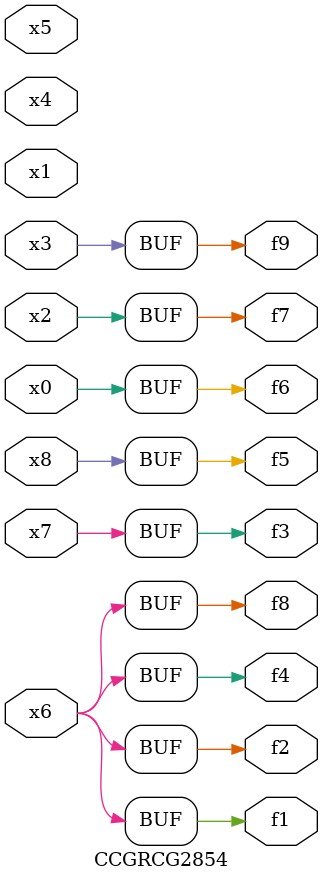
<source format=v>
module CCGRCG2854(
	input x0, x1, x2, x3, x4, x5, x6, x7, x8,
	output f1, f2, f3, f4, f5, f6, f7, f8, f9
);
	assign f1 = x6;
	assign f2 = x6;
	assign f3 = x7;
	assign f4 = x6;
	assign f5 = x8;
	assign f6 = x0;
	assign f7 = x2;
	assign f8 = x6;
	assign f9 = x3;
endmodule

</source>
